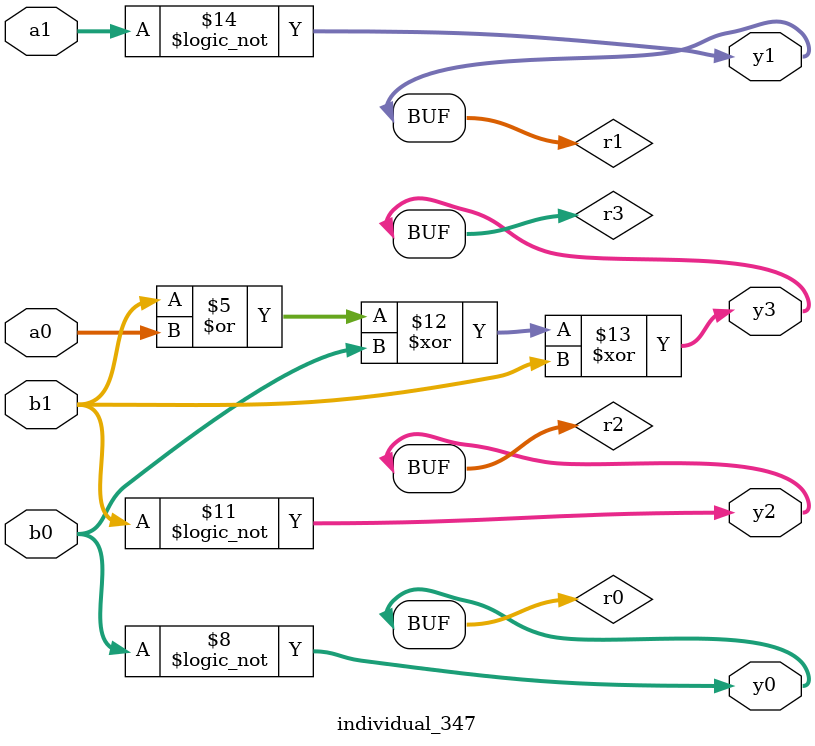
<source format=sv>
module individual_347(input logic [15:0] a1, input logic [15:0] a0, input logic [15:0] b1, input logic [15:0] b0, output logic [15:0] y3, output logic [15:0] y2, output logic [15:0] y1, output logic [15:0] y0);
logic [15:0] r0, r1, r2, r3; 
 always@(*) begin 
	 r0 = a0; r1 = a1; r2 = b0; r3 = b1; 
 	 r1  |=  r0 ;
 	 r2  &=  r2 ;
 	 r2  &=  r3 ;
 	 r3  |=  a0 ;
 	 r0  |=  r2 ;
 	 r1  |=  b0 ;
 	 r0 = ! b0 ;
 	 r1  |=  r2 ;
 	 r1  &=  b1 ;
 	 r2 = ! b1 ;
 	 r3  ^=  b0 ;
 	 r3  ^=  b1 ;
 	 r1 = ! a1 ;
 	 y3 = r3; y2 = r2; y1 = r1; y0 = r0; 
end
endmodule
</source>
